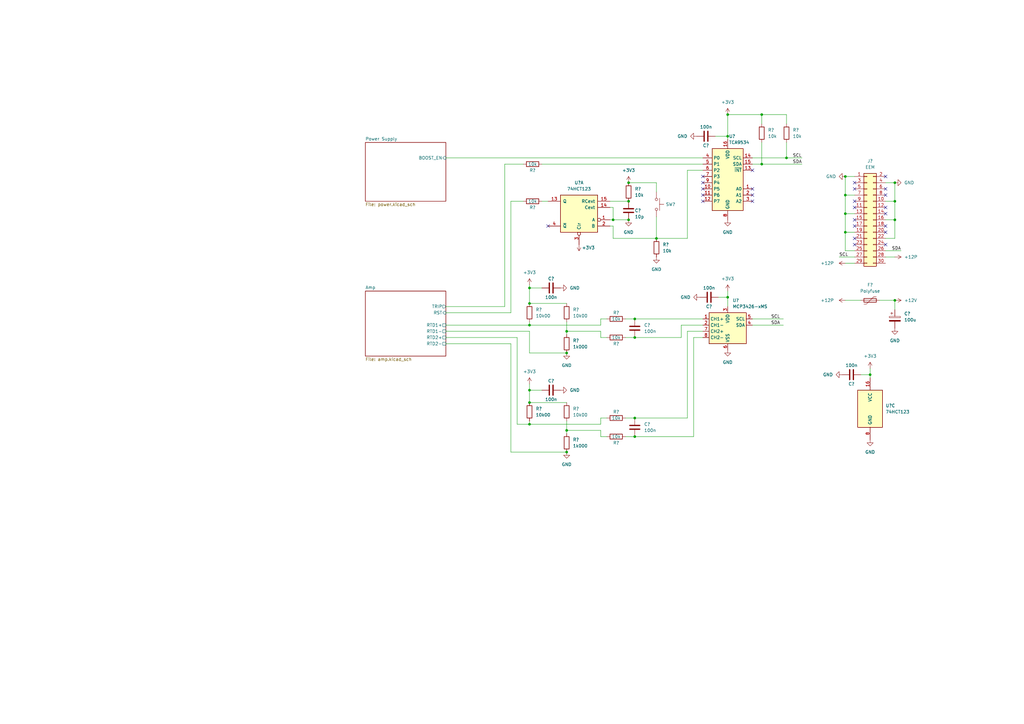
<source format=kicad_sch>
(kicad_sch (version 20211123) (generator eeschema)
  (paper "A3")
  (title_block (title "Usilitel") (date "2022-07-12") (rev "0.1") (company "M-Labs") (comment 1 "Wideband power amplifier") (comment 3 "a.k.a. topquark12") (comment 4 "Alex Wong Tat Hang"))
  (lib_symbols
    (symbol "74xx:74HCT123" (pin_names (offset 1.016))
      (property "Reference" "U" (at -7.62 8.89 0))
      (property "Value" "74HCT123" (at -7.62 -8.89 0))
      (symbol "74HCT123_1_0"
        (pin input inverted (at -12.7 -2.54 0) (length 5.08) (name "A") (number "1"))
        (pin output line (at 12.7 5.08 180) (length 5.08) (name "Q") (number "13"))
        (pin input line (at -12.7 2.54 0) (length 5.08) (name "Cext") (number "14"))
        (pin input line (at -12.7 5.08 0) (length 5.08) (name "RCext") (number "15"))
        (pin input line (at -12.7 -5.08 0) (length 5.08) (name "B") (number "2"))
        (pin input inverted (at 0 -12.7 90) (length 5.08) (name "Clr") (number "3"))
        (pin output line (at 12.7 -5.08 180) (length 5.08) (name "~{Q}") (number "4"))
      )
      (symbol "74HCT123_1_1"
        (rectangle (start -7.62 7.62) (end 7.62 -7.62) (stroke (width 0.254)) (fill (type background)))
      )
      (symbol "74HCT123_2_0"
        (pin input line (at -12.7 -5.08 0) (length 5.08) (name "B") (number "10"))
        (pin input inverted (at 0 -12.7 90) (length 5.08) (name "Clr") (number "11"))
        (pin output line (at 12.7 -5.08 180) (length 5.08) (name "~{Q}") (number "12"))
        (pin output line (at 12.7 5.08 180) (length 5.08) (name "Q") (number "5"))
        (pin input line (at -12.7 2.54 0) (length 5.08) (name "Cext") (number "6"))
        (pin input line (at -12.7 5.08 0) (length 5.08) (name "RCext") (number "7"))
        (pin input inverted (at -12.7 -2.54 0) (length 5.08) (name "A") (number "9"))
      )
      (symbol "74HCT123_2_1"
        (rectangle (start -7.62 7.62) (end 7.62 -7.62) (stroke (width 0.254)) (fill (type background)))
      )
      (symbol "74HCT123_3_0"
        (pin power_in line (at 0 12.7 270) (length 5.08) (name "VCC") (number "16"))
        (pin power_in line (at 0 -12.7 90) (length 5.08) (name "GND") (number "8"))
      )
      (symbol "74HCT123_3_1"
        (rectangle (start -5.08 7.62) (end 5.08 -7.62) (stroke (width 0.254)) (fill (type background)))
      )
    )
    (symbol "Analog_ADC:MCP3426-xMS"
      (property "Reference" "U" (at -3.81 8.89 0))
      (property "Value" "MCP3426-xMS" (at 2.54 8.89 0))
      (symbol "MCP3426-xMS_0_1"
        (rectangle (start -7.62 7.62) (end 7.62 -5.08) (stroke (width 0.254)) (fill (type background)))
      )
      (symbol "MCP3426-xMS_1_1"
        (pin input line (at -10.16 5.08 0) (length 2.54) (name "CH1+") (number "1"))
        (pin input line (at -10.16 2.54 0) (length 2.54) (name "CH1-") (number "2"))
        (pin power_in line (at 0 10.16 270) (length 2.54) (name "VDD") (number "3"))
        (pin bidirectional line (at 10.16 2.54 180) (length 2.54) (name "SDA") (number "4"))
        (pin input line (at 10.16 5.08 180) (length 2.54) (name "SCL") (number "5"))
        (pin power_in line (at 0 -7.62 90) (length 2.54) (name "VSS") (number "6"))
        (pin input line (at -10.16 0 0) (length 2.54) (name "CH2+") (number "7"))
        (pin input line (at -10.16 -2.54 0) (length 2.54) (name "CH2-") (number "8"))
      )
    )
    (symbol "Connector_Generic:Conn_02x15_Odd_Even" (pin_names (offset 1.016) hide)
      (property "Reference" "J" (at 1.27 20.32 0))
      (property "Value" "Conn_02x15_Odd_Even" (at 1.27 -20.32 0))
      (symbol "Conn_02x15_Odd_Even_1_1"
        (rectangle (start -1.27 -17.653) (end 0 -17.907) (stroke (width 0.1524)))
        (rectangle (start -1.27 -15.113) (end 0 -15.367) (stroke (width 0.1524)))
        (rectangle (start -1.27 -12.573) (end 0 -12.827) (stroke (width 0.1524)))
        (rectangle (start -1.27 -10.033) (end 0 -10.287) (stroke (width 0.1524)))
        (rectangle (start -1.27 -7.493) (end 0 -7.747) (stroke (width 0.1524)))
        (rectangle (start -1.27 -4.953) (end 0 -5.207) (stroke (width 0.1524)))
        (rectangle (start -1.27 -2.413) (end 0 -2.667) (stroke (width 0.1524)))
        (rectangle (start -1.27 0.127) (end 0 -0.127) (stroke (width 0.1524)))
        (rectangle (start -1.27 2.667) (end 0 2.413) (stroke (width 0.1524)))
        (rectangle (start -1.27 5.207) (end 0 4.953) (stroke (width 0.1524)))
        (rectangle (start -1.27 7.747) (end 0 7.493) (stroke (width 0.1524)))
        (rectangle (start -1.27 10.287) (end 0 10.033) (stroke (width 0.1524)))
        (rectangle (start -1.27 12.827) (end 0 12.573) (stroke (width 0.1524)))
        (rectangle (start -1.27 15.367) (end 0 15.113) (stroke (width 0.1524)))
        (rectangle (start -1.27 17.907) (end 0 17.653) (stroke (width 0.1524)))
        (rectangle (start -1.27 19.05) (end 3.81 -19.05) (stroke (width 0.254)) (fill (type background)))
        (rectangle (start 3.81 -17.653) (end 2.54 -17.907) (stroke (width 0.1524)))
        (rectangle (start 3.81 -15.113) (end 2.54 -15.367) (stroke (width 0.1524)))
        (rectangle (start 3.81 -12.573) (end 2.54 -12.827) (stroke (width 0.1524)))
        (rectangle (start 3.81 -10.033) (end 2.54 -10.287) (stroke (width 0.1524)))
        (rectangle (start 3.81 -7.493) (end 2.54 -7.747) (stroke (width 0.1524)))
        (rectangle (start 3.81 -4.953) (end 2.54 -5.207) (stroke (width 0.1524)))
        (rectangle (start 3.81 -2.413) (end 2.54 -2.667) (stroke (width 0.1524)))
        (rectangle (start 3.81 0.127) (end 2.54 -0.127) (stroke (width 0.1524)))
        (rectangle (start 3.81 2.667) (end 2.54 2.413) (stroke (width 0.1524)))
        (rectangle (start 3.81 5.207) (end 2.54 4.953) (stroke (width 0.1524)))
        (rectangle (start 3.81 7.747) (end 2.54 7.493) (stroke (width 0.1524)))
        (rectangle (start 3.81 10.287) (end 2.54 10.033) (stroke (width 0.1524)))
        (rectangle (start 3.81 12.827) (end 2.54 12.573) (stroke (width 0.1524)))
        (rectangle (start 3.81 15.367) (end 2.54 15.113) (stroke (width 0.1524)))
        (rectangle (start 3.81 17.907) (end 2.54 17.653) (stroke (width 0.1524)))
        (pin passive line (at -5.08 17.78 0) (length 3.81) (name "Pin_1") (number "1"))
        (pin passive line (at 7.62 7.62 180) (length 3.81) (name "Pin_10") (number "10"))
        (pin passive line (at -5.08 5.08 0) (length 3.81) (name "Pin_11") (number "11"))
        (pin passive line (at 7.62 5.08 180) (length 3.81) (name "Pin_12") (number "12"))
        (pin passive line (at -5.08 2.54 0) (length 3.81) (name "Pin_13") (number "13"))
        (pin passive line (at 7.62 2.54 180) (length 3.81) (name "Pin_14") (number "14"))
        (pin passive line (at -5.08 0 0) (length 3.81) (name "Pin_15") (number "15"))
        (pin passive line (at 7.62 0 180) (length 3.81) (name "Pin_16") (number "16"))
        (pin passive line (at -5.08 -2.54 0) (length 3.81) (name "Pin_17") (number "17"))
        (pin passive line (at 7.62 -2.54 180) (length 3.81) (name "Pin_18") (number "18"))
        (pin passive line (at -5.08 -5.08 0) (length 3.81) (name "Pin_19") (number "19"))
        (pin passive line (at 7.62 17.78 180) (length 3.81) (name "Pin_2") (number "2"))
        (pin passive line (at 7.62 -5.08 180) (length 3.81) (name "Pin_20") (number "20"))
        (pin passive line (at -5.08 -7.62 0) (length 3.81) (name "Pin_21") (number "21"))
        (pin passive line (at 7.62 -7.62 180) (length 3.81) (name "Pin_22") (number "22"))
        (pin passive line (at -5.08 -10.16 0) (length 3.81) (name "Pin_23") (number "23"))
        (pin passive line (at 7.62 -10.16 180) (length 3.81) (name "Pin_24") (number "24"))
        (pin passive line (at -5.08 -12.7 0) (length 3.81) (name "Pin_25") (number "25"))
        (pin passive line (at 7.62 -12.7 180) (length 3.81) (name "Pin_26") (number "26"))
        (pin passive line (at -5.08 -15.24 0) (length 3.81) (name "Pin_27") (number "27"))
        (pin passive line (at 7.62 -15.24 180) (length 3.81) (name "Pin_28") (number "28"))
        (pin passive line (at -5.08 -17.78 0) (length 3.81) (name "Pin_29") (number "29"))
        (pin passive line (at -5.08 15.24 0) (length 3.81) (name "Pin_3") (number "3"))
        (pin passive line (at 7.62 -17.78 180) (length 3.81) (name "Pin_30") (number "30"))
        (pin passive line (at 7.62 15.24 180) (length 3.81) (name "Pin_4") (number "4"))
        (pin passive line (at -5.08 12.7 0) (length 3.81) (name "Pin_5") (number "5"))
        (pin passive line (at 7.62 12.7 180) (length 3.81) (name "Pin_6") (number "6"))
        (pin passive line (at -5.08 10.16 0) (length 3.81) (name "Pin_7") (number "7"))
        (pin passive line (at 7.62 10.16 180) (length 3.81) (name "Pin_8") (number "8"))
        (pin passive line (at -5.08 7.62 0) (length 3.81) (name "Pin_9") (number "9"))
      )
    )
    (symbol "Device:C" (pin_numbers hide) (pin_names (offset 0.254))
      (property "Reference" "C" (at 0.635 2.54 0))
      (property "Value" "C" (at 0.635 -2.54 0))
      (symbol "C_0_1"
        (polyline (pts (xy -2.032 -0.762) (xy 2.032 -0.762)) (stroke (width 0.508)))
        (polyline (pts (xy -2.032 0.762) (xy 2.032 0.762)) (stroke (width 0.508)))
      )
      (symbol "C_1_1"
        (pin passive line (at 0 3.81 270) (length 2.794) (name "~") (number "1"))
        (pin passive line (at 0 -3.81 90) (length 2.794) (name "~") (number "2"))
      )
    )
    (symbol "Device:C_Polarized" (pin_numbers hide) (pin_names (offset 0.254))
      (property "Reference" "C" (at 0.635 2.54 0))
      (property "Value" "C_Polarized" (at 0.635 -2.54 0))
      (symbol "C_Polarized_0_1"
        (rectangle (start -2.286 0.508) (end 2.286 1.016))
        (polyline (pts (xy -1.778 2.286) (xy -0.762 2.286)))
        (polyline (pts (xy -1.27 2.794) (xy -1.27 1.778)))
        (rectangle (start 2.286 -0.508) (end -2.286 -1.016) (fill (type outline)))
      )
      (symbol "C_Polarized_1_1"
        (pin passive line (at 0 3.81 270) (length 2.794) (name "~") (number "1"))
        (pin passive line (at 0 -3.81 90) (length 2.794) (name "~") (number "2"))
      )
    )
    (symbol "Device:Polyfuse" (pin_numbers hide) (pin_names (offset 0))
      (property "Reference" "F" (at -2.54 0 90))
      (property "Value" "Polyfuse" (at 2.54 0 90))
      (symbol "Polyfuse_0_1"
        (rectangle (start -0.762 2.54) (end 0.762 -2.54) (stroke (width 0.254)))
        (polyline (pts (xy 0 2.54) (xy 0 -2.54)))
        (polyline (pts (xy -1.524 2.54) (xy -1.524 1.524) (xy 1.524 -1.524) (xy 1.524 -2.54)))
      )
      (symbol "Polyfuse_1_1"
        (pin passive line (at 0 3.81 270) (length 1.27) (name "~") (number "1"))
        (pin passive line (at 0 -3.81 90) (length 1.27) (name "~") (number "2"))
      )
    )
    (symbol "Device:R" (pin_numbers hide) (pin_names (offset 0))
      (property "Reference" "R" (at 2.032 0 90))
      (property "Value" "R" (at 0 0 90))
      (symbol "R_0_1"
        (rectangle (start -1.016 -2.54) (end 1.016 2.54) (stroke (width 0.254)))
      )
      (symbol "R_1_1"
        (pin passive line (at 0 3.81 270) (length 1.27) (name "~") (number "1"))
        (pin passive line (at 0 -3.81 90) (length 1.27) (name "~") (number "2"))
      )
    )
    (symbol "Interface_Expansion:TCA9534"
      (property "Reference" "U" (at -6.35 12.7 0))
      (property "Value" "TCA9534" (at 2.54 12.7 0))
      (symbol "TCA9534_0_1"
        (rectangle (start -6.35 -13.97) (end 6.35 11.43) (stroke (width 0.254)) (fill (type background)))
      )
      (symbol "TCA9534_1_1"
        (pin input line (at -10.16 -5.08 0) (length 3.81) (name "A0") (number "1"))
        (pin bidirectional line (at 10.16 -5.08 180) (length 3.81) (name "P5") (number "10"))
        (pin bidirectional line (at 10.16 -7.62 180) (length 3.81) (name "P6") (number "11"))
        (pin bidirectional line (at 10.16 -10.16 180) (length 3.81) (name "P7") (number "12"))
        (pin open_collector line (at -10.16 2.54 0) (length 3.81) (name "~{INT}") (number "13"))
        (pin input line (at -10.16 7.62 0) (length 3.81) (name "SCL") (number "14"))
        (pin bidirectional line (at -10.16 5.08 0) (length 3.81) (name "SDA") (number "15"))
        (pin power_in line (at 0 15.24 270) (length 3.81) (name "VDD") (number "16"))
        (pin input line (at -10.16 -7.62 0) (length 3.81) (name "A1") (number "2"))
        (pin input line (at -10.16 -10.16 0) (length 3.81) (name "A2") (number "3"))
        (pin bidirectional line (at 10.16 7.62 180) (length 3.81) (name "P0") (number "4"))
        (pin bidirectional line (at 10.16 5.08 180) (length 3.81) (name "P1") (number "5"))
        (pin bidirectional line (at 10.16 2.54 180) (length 3.81) (name "P2") (number "6"))
        (pin bidirectional line (at 10.16 0 180) (length 3.81) (name "P3") (number "7"))
        (pin power_in line (at 0 -17.78 90) (length 3.81) (name "GND") (number "8"))
        (pin bidirectional line (at 10.16 -2.54 180) (length 3.81) (name "P4") (number "9"))
      )
    )
    (symbol "Switch:SW_Push" (pin_numbers hide) (pin_names (offset 1.016) hide)
      (property "Reference" "SW" (at 1.27 2.54 0))
      (property "Value" "SW_Push" (at 0 -1.524 0))
      (symbol "SW_Push_0_1"
        (circle (center -2.032 0) (radius 0.508))
        (polyline (pts (xy 0 1.27) (xy 0 3.048)))
        (polyline (pts (xy 2.54 1.27) (xy -2.54 1.27)))
        (circle (center 2.032 0) (radius 0.508))
        (pin passive line (at -5.08 0 0) (length 2.54) (name "1") (number "1"))
        (pin passive line (at 5.08 0 180) (length 2.54) (name "2") (number "2"))
      )
    )
    (symbol "power:+12P" (power) (pin_names (offset 0))
      (property "Value" "+12P" (at 0 3.556 0))
      (symbol "+12P_0_1"
        (polyline (pts (xy -0.762 1.27) (xy 0 2.54)))
        (polyline (pts (xy 0 0) (xy 0 2.54)))
        (polyline (pts (xy 0 2.54) (xy 0.762 1.27)))
      )
      (symbol "+12P_1_1"
        (pin power_in line (at 0 0 90) (length 0) hide (name "+12P") (number "1"))
      )
    )
    (symbol "power:+12V" (power) (pin_names (offset 0))
      (property "Value" "+12V" (at 0 3.556 0))
      (symbol "+12V_0_1"
        (polyline (pts (xy -0.762 1.27) (xy 0 2.54)))
        (polyline (pts (xy 0 0) (xy 0 2.54)))
        (polyline (pts (xy 0 2.54) (xy 0.762 1.27)))
      )
      (symbol "+12V_1_1"
        (pin power_in line (at 0 0 90) (length 0) hide (name "+12V") (number "1"))
      )
    )
    (symbol "power:+3V3" (power) (pin_names (offset 0))
      (property "Value" "+3V3" (at 0 3.556 0))
      (symbol "+3V3_0_1"
        (polyline (pts (xy -0.762 1.27) (xy 0 2.54)))
        (polyline (pts (xy 0 0) (xy 0 2.54)))
        (polyline (pts (xy 0 2.54) (xy 0.762 1.27)))
      )
      (symbol "+3V3_1_1"
        (pin power_in line (at 0 0 90) (length 0) hide (name "+3V3") (number "1"))
      )
    )
    (symbol "power:GND" (power) (pin_names (offset 0))
      (property "Value" "GND" (at 0 -3.81 0))
      (symbol "GND_0_1"
        (polyline (pts (xy 0 0) (xy 0 -1.27) (xy 1.27 -1.27) (xy 0 -2.54) (xy -1.27 -1.27) (xy 0 -1.27)))
      )
      (symbol "GND_1_1"
        (pin power_in line (at 0 0 270) (length 0) hide (name "GND") (number "1"))
      )
    )
  )
  (junction (at 217.17 118.11))
  (junction (at 217.17 133.35))
  (junction (at 298.45 46.99))
  (junction (at 269.24 97.79))
  (junction (at 322.58 64.77))
  (junction (at 260.35 130.81))
  (junction (at 260.35 171.45))
  (junction (at 257.81 74.93))
  (junction (at 367.03 74.93))
  (junction (at 346.71 87.63))
  (junction (at 298.45 55.88))
  (junction (at 346.71 95.25))
  (junction (at 217.17 173.99))
  (junction (at 312.42 67.31))
  (junction (at 232.41 144.78))
  (junction (at 217.17 160.02))
  (junction (at 232.41 135.89))
  (junction (at 346.71 80.01))
  (junction (at 217.17 165.1))
  (junction (at 312.42 46.99))
  (junction (at 257.81 90.17))
  (junction (at 232.41 176.53))
  (junction (at 367.03 123.19))
  (junction (at 232.41 185.42))
  (junction (at 367.03 82.55))
  (junction (at 217.17 124.46))
  (junction (at 356.87 153.67))
  (junction (at 260.35 179.07))
  (junction (at 260.35 138.43))
  (junction (at 257.81 82.55))
  (junction (at 298.45 121.92))
  (junction (at 346.71 72.39))
  (junction (at 251.46 90.17))
  (junction (at 367.03 90.17))
  (no_connect (at 363.22 80.01))
  (no_connect (at 350.52 82.55))
  (no_connect (at 350.52 90.17))
  (no_connect (at 350.52 92.71))
  (no_connect (at 350.52 97.79))
  (no_connect (at 350.52 100.33))
  (no_connect (at 350.52 74.93))
  (no_connect (at 350.52 77.47))
  (no_connect (at 363.22 72.39))
  (no_connect (at 363.22 77.47))
  (no_connect (at 350.52 85.09))
  (no_connect (at 363.22 87.63))
  (no_connect (at 363.22 85.09))
  (no_connect (at 363.22 95.25))
  (no_connect (at 363.22 92.71))
  (no_connect (at 363.22 100.33))
  (no_connect (at 308.61 77.47))
  (no_connect (at 308.61 80.01))
  (no_connect (at 308.61 82.55))
  (no_connect (at 308.61 69.85))
  (no_connect (at 288.29 74.93))
  (no_connect (at 288.29 77.47))
  (no_connect (at 288.29 80.01))
  (no_connect (at 288.29 82.55))
  (no_connect (at 288.29 72.39))
  (no_connect (at 224.79 92.71))
  (wire (pts (xy 363.22 90.17) (xy 367.03 90.17)))
  (wire (pts (xy 312.42 58.42) (xy 312.42 67.31)))
  (wire (pts (xy 293.37 55.88) (xy 298.45 55.88)))
  (wire (pts (xy 269.24 88.9) (xy 269.24 97.79)))
  (wire (pts (xy 312.42 67.31) (xy 328.93 67.31)))
  (wire (pts (xy 209.55 82.55) (xy 209.55 128.27)))
  (wire (pts (xy 281.94 97.79) (xy 281.94 69.85)))
  (wire (pts (xy 246.38 133.35) (xy 217.17 133.35)))
  (wire (pts (xy 217.17 160.02) (xy 222.25 160.02)))
  (wire (pts (xy 246.38 138.43) (xy 248.92 138.43)))
  (wire (pts (xy 217.17 157.48) (xy 217.17 160.02)))
  (wire (pts (xy 217.17 118.11) (xy 222.25 118.11)))
  (wire (pts (xy 217.17 135.89) (xy 217.17 144.78)))
  (wire (pts (xy 346.71 107.95) (xy 350.52 107.95)))
  (wire (pts (xy 182.88 125.73) (xy 207.01 125.73)))
  (wire (pts (xy 308.61 130.81) (xy 321.31 130.81)))
  (wire (pts (xy 246.38 171.45) (xy 248.92 171.45)))
  (wire (pts (xy 279.4 138.43) (xy 279.4 133.35)))
  (wire (pts (xy 222.25 67.31) (xy 288.29 67.31)))
  (wire (pts (xy 298.45 55.88) (xy 298.45 57.15)))
  (wire (pts (xy 212.09 138.43) (xy 212.09 173.99)))
  (wire (pts (xy 246.38 179.07) (xy 248.92 179.07)))
  (wire (pts (xy 346.71 72.39) (xy 350.52 72.39)))
  (wire (pts (xy 250.19 85.09) (xy 251.46 85.09)))
  (wire (pts (xy 246.38 135.89) (xy 246.38 138.43)))
  (wire (pts (xy 246.38 171.45) (xy 246.38 173.99)))
  (wire (pts (xy 217.17 133.35) (xy 217.17 132.08)))
  (wire (pts (xy 246.38 176.53) (xy 246.38 179.07)))
  (wire (pts (xy 260.35 171.45) (xy 281.94 171.45)))
  (wire (pts (xy 346.71 80.01) (xy 346.71 72.39)))
  (wire (pts (xy 312.42 46.99) (xy 322.58 46.99)))
  (wire (pts (xy 251.46 90.17) (xy 257.81 90.17)))
  (wire (pts (xy 298.45 121.92) (xy 298.45 125.73)))
  (wire (pts (xy 182.88 138.43) (xy 212.09 138.43)))
  (wire (pts (xy 269.24 78.74) (xy 269.24 74.93)))
  (wire (pts (xy 260.35 138.43) (xy 279.4 138.43)))
  (wire (pts (xy 232.41 135.89) (xy 246.38 135.89)))
  (wire (pts (xy 346.71 102.87) (xy 346.71 95.25)))
  (wire (pts (xy 350.52 102.87) (xy 346.71 102.87)))
  (wire (pts (xy 222.25 82.55) (xy 224.79 82.55)))
  (wire (pts (xy 256.54 171.45) (xy 260.35 171.45)))
  (wire (pts (xy 346.71 87.63) (xy 346.71 80.01)))
  (wire (pts (xy 256.54 179.07) (xy 260.35 179.07)))
  (wire (pts (xy 214.63 82.55) (xy 209.55 82.55)))
  (wire (pts (xy 182.88 128.27) (xy 209.55 128.27)))
  (wire (pts (xy 217.17 173.99) (xy 217.17 172.72)))
  (wire (pts (xy 212.09 173.99) (xy 217.17 173.99)))
  (wire (pts (xy 279.4 133.35) (xy 288.29 133.35)))
  (wire (pts (xy 346.71 95.25) (xy 346.71 87.63)))
  (wire (pts (xy 298.45 46.99) (xy 312.42 46.99)))
  (wire (pts (xy 284.48 138.43) (xy 288.29 138.43)))
  (wire (pts (xy 250.19 92.71) (xy 251.46 92.71)))
  (wire (pts (xy 363.22 82.55) (xy 367.03 82.55)))
  (wire (pts (xy 308.61 64.77) (xy 322.58 64.77)))
  (wire (pts (xy 298.45 46.99) (xy 298.45 55.88)))
  (wire (pts (xy 256.54 138.43) (xy 260.35 138.43)))
  (wire (pts (xy 246.38 130.81) (xy 248.92 130.81)))
  (wire (pts (xy 350.52 95.25) (xy 346.71 95.25)))
  (wire (pts (xy 367.03 82.55) (xy 367.03 74.93)))
  (wire (pts (xy 322.58 64.77) (xy 328.93 64.77)))
  (wire (pts (xy 251.46 92.71) (xy 251.46 97.79)))
  (wire (pts (xy 182.88 133.35) (xy 217.17 133.35)))
  (wire (pts (xy 360.68 123.19) (xy 367.03 123.19)))
  (wire (pts (xy 308.61 133.35) (xy 321.31 133.35)))
  (wire (pts (xy 232.41 176.53) (xy 246.38 176.53)))
  (wire (pts (xy 308.61 67.31) (xy 312.42 67.31)))
  (wire (pts (xy 182.88 140.97) (xy 209.55 140.97)))
  (wire (pts (xy 217.17 165.1) (xy 232.41 165.1)))
  (wire (pts (xy 281.94 171.45) (xy 281.94 135.89)))
  (wire (pts (xy 281.94 135.89) (xy 288.29 135.89)))
  (wire (pts (xy 256.54 130.81) (xy 260.35 130.81)))
  (wire (pts (xy 298.45 119.38) (xy 298.45 121.92)))
  (wire (pts (xy 217.17 118.11) (xy 217.17 124.46)))
  (wire (pts (xy 232.41 135.89) (xy 232.41 137.16)))
  (wire (pts (xy 363.22 74.93) (xy 367.03 74.93)))
  (wire (pts (xy 246.38 130.81) (xy 246.38 133.35)))
  (wire (pts (xy 281.94 69.85) (xy 288.29 69.85)))
  (wire (pts (xy 350.52 80.01) (xy 346.71 80.01)))
  (wire (pts (xy 363.22 97.79) (xy 367.03 97.79)))
  (wire (pts (xy 207.01 67.31) (xy 214.63 67.31)))
  (wire (pts (xy 209.55 185.42) (xy 232.41 185.42)))
  (wire (pts (xy 353.06 153.67) (xy 356.87 153.67)))
  (wire (pts (xy 260.35 179.07) (xy 284.48 179.07)))
  (wire (pts (xy 260.35 130.81) (xy 288.29 130.81)))
  (wire (pts (xy 312.42 46.99) (xy 312.42 50.8)))
  (wire (pts (xy 250.19 82.55) (xy 257.81 82.55)))
  (wire (pts (xy 269.24 97.79) (xy 281.94 97.79)))
  (wire (pts (xy 294.64 121.92) (xy 298.45 121.92)))
  (wire (pts (xy 246.38 173.99) (xy 217.17 173.99)))
  (wire (pts (xy 344.17 105.41) (xy 350.52 105.41)))
  (wire (pts (xy 269.24 74.93) (xy 257.81 74.93)))
  (wire (pts (xy 232.41 172.72) (xy 232.41 176.53)))
  (wire (pts (xy 251.46 97.79) (xy 269.24 97.79)))
  (wire (pts (xy 363.22 102.87) (xy 369.57 102.87)))
  (wire (pts (xy 217.17 160.02) (xy 217.17 165.1)))
  (wire (pts (xy 250.19 90.17) (xy 251.46 90.17)))
  (wire (pts (xy 350.52 87.63) (xy 346.71 87.63)))
  (wire (pts (xy 322.58 58.42) (xy 322.58 64.77)))
  (wire (pts (xy 363.22 105.41) (xy 367.03 105.41)))
  (wire (pts (xy 209.55 140.97) (xy 209.55 185.42)))
  (wire (pts (xy 356.87 151.13) (xy 356.87 153.67)))
  (wire (pts (xy 182.88 135.89) (xy 217.17 135.89)))
  (wire (pts (xy 284.48 179.07) (xy 284.48 138.43)))
  (wire (pts (xy 232.41 132.08) (xy 232.41 135.89)))
  (wire (pts (xy 182.88 64.77) (xy 288.29 64.77)))
  (wire (pts (xy 367.03 97.79) (xy 367.03 90.17)))
  (wire (pts (xy 367.03 90.17) (xy 367.03 82.55)))
  (wire (pts (xy 232.41 176.53) (xy 232.41 177.8)))
  (wire (pts (xy 217.17 124.46) (xy 232.41 124.46)))
  (wire (pts (xy 251.46 85.09) (xy 251.46 90.17)))
  (wire (pts (xy 367.03 123.19) (xy 367.03 127)))
  (wire (pts (xy 217.17 144.78) (xy 232.41 144.78)))
  (wire (pts (xy 356.87 153.67) (xy 356.87 154.94)))
  (wire (pts (xy 322.58 46.99) (xy 322.58 50.8)))
  (wire (pts (xy 346.71 123.19) (xy 353.06 123.19)))
  (wire (pts (xy 217.17 116.84) (xy 217.17 118.11)))
  (wire (pts (xy 207.01 67.31) (xy 207.01 125.73)))
  (label "SDA" (at 316.23 133.35 0))
  (label "SDA" (at 365.76 102.87 0))
  (label "SCL" (at 325.12 64.77 0))
  (label "SCL" (at 344.17 105.41 0))
  (label "SDA" (at 325.12 67.31 0))
  (label "SCL" (at 316.23 130.81 0))
  (symbol (lib_id "Device:C") (at 289.56 55.88 90) (unit 1)
    (property "Reference" "C?" (at 289.56 59.69 90))
    (property "Value" "100n" (at 289.56 52.07 90))
  )
  (symbol (lib_id "power:GND") (at 287.02 121.92 270) (unit 1)
    (property "Reference" "#PWR?" (effects hide))
    (property "Value" "GND" (at 283.21 121.9199 90) (effects (justify right)))
  )
  (symbol (lib_id "power:+12P") (at 367.03 105.41 270) (unit 1)
    (property "Reference" "#PWR?" (effects hide))
    (property "Value" "+12P" (at 370.84 105.4099 90) (effects (justify left)))
  )
  (symbol (lib_id "Connector_Generic:Conn_02x15_Odd_Even") (at 355.6 90.17 0) (unit 1)
    (property "Reference" "J?" (at 356.87 66.04 0))
    (property "Value" "EEM" (at 356.87 68.58 0))
  )
  (symbol (lib_id "Device:Polyfuse") (at 356.87 123.19 90) (unit 1)
    (property "Reference" "F?" (at 356.87 116.84 90))
    (property "Value" "Polyfuse" (at 356.87 119.38 90))
  )
  (symbol (lib_id "Device:R") (at 252.73 138.43 90) (unit 1)
    (property "Reference" "R?" (at 252.73 140.97 90))
    (property "Value" "10k" (at 252.73 138.43 90))
  )
  (symbol (lib_id "power:+3V3") (at 237.49 100.33 180) (unit 1)
    (property "Reference" "#PWR?" (effects hide))
    (property "Value" "+3V3" (at 241.3 101.6 0))
  )
  (symbol (lib_id "Device:C") (at 226.06 118.11 270) (unit 1)
    (property "Reference" "C?" (at 226.06 114.3 90))
    (property "Value" "100n" (at 226.06 121.92 90))
  )
  (symbol (lib_id "Device:R") (at 218.44 67.31 90) (unit 1)
    (property "Reference" "R?" (at 218.44 69.85 90))
    (property "Value" "10k" (at 218.44 67.31 90))
  )
  (symbol (lib_id "power:GND") (at 367.03 134.62 0) (unit 1)
    (property "Reference" "#PWR?" (effects hide))
    (property "Value" "GND" (at 367.03 139.7 0))
  )
  (symbol (lib_id "power:+3V3") (at 217.17 116.84 0) (unit 1)
    (property "Reference" "#PWR?" (effects hide))
    (property "Value" "+3V3" (at 217.17 111.76 0))
  )
  (symbol (lib_id "74xx:74HCT123") (at 356.87 167.64 0) (unit 3)
    (property "Reference" "U?" (at 363.22 166.3699 0) (effects (justify left)))
    (property "Value" "74HCT123" (at 363.22 168.9099 0) (effects (justify left)))
    (property "Datasheet" "https://assets.nexperia.com/documents/data-sheet/74HC_HCT123.pdf" (effects hide))
  )
  (symbol (lib_id "power:GND") (at 298.45 90.17 0) (unit 1)
    (property "Reference" "#PWR?" (effects hide))
    (property "Value" "GND" (at 298.45 95.25 0))
  )
  (symbol (lib_id "Device:C_Polarized") (at 367.03 130.81 0) (unit 1)
    (property "Reference" "C?" (at 370.84 128.6509 0) (effects (justify left)))
    (property "Value" "100u" (at 370.84 131.1909 0) (effects (justify left)))
  )
  (symbol (lib_id "Device:C") (at 260.35 175.26 0) (unit 1)
    (property "Reference" "C?" (at 264.16 173.9899 0) (effects (justify left)))
    (property "Value" "100n" (at 264.16 176.5299 0) (effects (justify left)))
  )
  (symbol (lib_id "power:+3V3") (at 356.87 151.13 0) (unit 1)
    (property "Reference" "#PWR?" (effects hide))
    (property "Value" "+3V3" (at 356.87 146.05 0))
  )
  (symbol (lib_id "power:GND") (at 229.87 160.02 90) (unit 1)
    (property "Reference" "#PWR?" (effects hide))
    (property "Value" "GND" (at 233.68 160.0201 90) (effects (justify right)))
  )
  (symbol (lib_id "power:+12P") (at 346.71 123.19 90) (unit 1)
    (property "Reference" "#PWR?" (effects hide))
    (property "Value" "+12P" (at 336.55 123.19 90) (effects (justify right)))
  )
  (symbol (lib_id "Device:R") (at 252.73 171.45 90) (unit 1)
    (property "Reference" "R?" (at 252.73 168.91 90))
    (property "Value" "10k" (at 252.73 171.45 90))
  )
  (symbol (lib_id "power:GND") (at 356.87 180.34 0) (unit 1)
    (property "Reference" "#PWR?" (effects hide))
    (property "Value" "GND" (at 356.87 185.42 0))
  )
  (symbol (lib_id "Interface_Expansion:TCA9534") (at 298.45 72.39 0) (mirror y) (unit 1)
    (property "Reference" "U?" (at 298.9706 55.88 0) (effects (justify right)))
    (property "Value" "TCA9534" (at 298.9706 58.42 0) (effects (justify right)))
    (property "Datasheet" "http://www.ti.com/lit/ds/symlink/tca9534.pdf" (effects hide))
  )
  (symbol (lib_id "Device:R") (at 312.42 54.61 0) (unit 1)
    (property "Reference" "R?" (at 314.96 53.3399 0) (effects (justify left)))
    (property "Value" "10k" (at 314.96 55.8799 0) (effects (justify left)))
  )
  (symbol (lib_id "Device:R") (at 217.17 128.27 0) (unit 1)
    (property "Reference" "R?" (at 219.71 126.9999 0) (effects (justify left)))
    (property "Value" "10k00" (at 219.71 129.5399 0) (effects (justify left)))
  )
  (symbol (lib_id "power:+3V3") (at 257.81 74.93 0) (unit 1)
    (property "Reference" "#PWR?" (effects hide))
    (property "Value" "+3V3" (at 257.81 69.85 0))
  )
  (symbol (lib_id "Device:R") (at 232.41 181.61 0) (unit 1)
    (property "Reference" "R?" (at 234.95 180.3399 0) (effects (justify left)))
    (property "Value" "1k000" (at 234.95 182.8799 0) (effects (justify left)))
  )
  (symbol (lib_id "Device:R") (at 232.41 128.27 0) (unit 1)
    (property "Reference" "R?" (at 234.95 126.9999 0) (effects (justify left)))
    (property "Value" "10k00" (at 234.95 129.5399 0) (effects (justify left)))
  )
  (symbol (lib_id "Device:C") (at 349.25 153.67 90) (unit 1)
    (property "Reference" "C?" (at 349.25 157.48 90))
    (property "Value" "100n" (at 349.25 149.86 90))
  )
  (symbol (lib_id "power:+3V3") (at 298.45 46.99 0) (unit 1)
    (property "Reference" "#PWR?" (effects hide))
    (property "Value" "+3V3" (at 298.45 41.91 0))
  )
  (symbol (lib_id "Device:C") (at 257.81 86.36 0) (unit 1)
    (property "Reference" "C?" (at 260.35 86.36 0) (effects (justify left)))
    (property "Value" "10p" (at 260.35 88.9 0) (effects (justify left)))
  )
  (symbol (lib_id "power:GND") (at 229.87 118.11 90) (unit 1)
    (property "Reference" "#PWR?" (effects hide))
    (property "Value" "GND" (at 233.68 118.1101 90) (effects (justify right)))
  )
  (symbol (lib_id "Device:R") (at 257.81 78.74 0) (unit 1)
    (property "Reference" "R?" (at 260.35 77.4699 0) (effects (justify left)))
    (property "Value" "10k" (at 260.35 80.0099 0) (effects (justify left)))
  )
  (symbol (lib_id "Device:C") (at 226.06 160.02 270) (unit 1)
    (property "Reference" "C?" (at 226.06 156.21 90))
    (property "Value" "100n" (at 226.06 163.83 90))
  )
  (symbol (lib_id "Device:R") (at 269.24 101.6 0) (unit 1)
    (property "Reference" "R?" (at 271.78 100.3299 0) (effects (justify left)))
    (property "Value" "10k" (at 271.78 102.8699 0) (effects (justify left)))
  )
  (symbol (lib_id "power:GND") (at 232.41 144.78 0) (unit 1)
    (property "Reference" "#PWR?" (effects hide))
    (property "Value" "GND" (at 232.41 149.86 0))
  )
  (symbol (lib_id "Device:R") (at 232.41 140.97 0) (unit 1)
    (property "Reference" "R?" (at 234.95 139.6999 0) (effects (justify left)))
    (property "Value" "1k000" (at 234.95 142.2399 0) (effects (justify left)))
  )
  (symbol (lib_id "Switch:SW_Push") (at 269.24 83.82 270) (mirror x) (unit 1)
    (property "Reference" "SW?" (at 273.05 83.8199 90) (effects (justify left)))
    (property "Value" "SW_Push" (effects hide))
  )
  (symbol (lib_id "power:GND") (at 367.03 74.93 90) (unit 1)
    (property "Reference" "#PWR?" (effects hide))
    (property "Value" "GND" (at 370.84 74.9299 90) (effects (justify right)))
  )
  (symbol (lib_id "power:GND") (at 298.45 143.51 0) (unit 1)
    (property "Reference" "#PWR?" (effects hide))
    (property "Value" "GND" (at 298.45 148.59 0))
  )
  (symbol (lib_id "power:+3V3") (at 217.17 157.48 0) (unit 1)
    (property "Reference" "#PWR?" (effects hide))
    (property "Value" "+3V3" (at 217.17 152.4 0))
  )
  (symbol (lib_id "power:GND") (at 232.41 185.42 0) (unit 1)
    (property "Reference" "#PWR?" (effects hide))
    (property "Value" "GND" (at 232.41 190.5 0))
  )
  (symbol (lib_id "Device:R") (at 232.41 168.91 0) (unit 1)
    (property "Reference" "R?" (at 234.95 167.6399 0) (effects (justify left)))
    (property "Value" "10k00" (at 234.95 170.1799 0) (effects (justify left)))
  )
  (symbol (lib_id "power:GND") (at 269.24 105.41 0) (unit 1)
    (property "Reference" "#PWR?" (effects hide))
    (property "Value" "GND" (at 269.24 110.49 0))
  )
  (symbol (lib_id "74xx:74HCT123") (at 237.49 87.63 0) (mirror y) (unit 1)
    (property "Reference" "U?" (at 237.49 74.93 0))
    (property "Value" "74HCT123" (at 237.49 77.47 0))
    (property "Datasheet" "https://assets.nexperia.com/documents/data-sheet/74HC_HCT123.pdf" (effects hide))
  )
  (symbol (lib_id "Device:R") (at 322.58 54.61 0) (unit 1)
    (property "Reference" "R?" (at 325.12 53.3399 0) (effects (justify left)))
    (property "Value" "10k" (at 325.12 55.8799 0) (effects (justify left)))
  )
  (symbol (lib_id "power:+12V") (at 367.03 123.19 270) (unit 1)
    (property "Reference" "#PWR?" (effects hide))
    (property "Value" "+12V" (at 370.84 123.1899 90) (effects (justify left)))
  )
  (symbol (lib_id "power:GND") (at 257.81 90.17 0) (unit 1)
    (property "Reference" "#PWR?" (effects hide))
    (property "Value" "GND" (at 257.81 95.25 0))
  )
  (symbol (lib_id "Device:C") (at 260.35 134.62 0) (unit 1)
    (property "Reference" "C?" (at 264.16 133.3499 0) (effects (justify left)))
    (property "Value" "100n" (at 264.16 135.8899 0) (effects (justify left)))
  )
  (symbol (lib_id "Analog_ADC:MCP3426-xMS") (at 298.45 135.89 0) (unit 1)
    (property "Reference" "U?" (at 300.4694 123.19 0) (effects (justify left)))
    (property "Value" "MCP3426-xMS" (at 300.4694 125.73 0) (effects (justify left)))
    (property "Datasheet" "http://ww1.microchip.com/downloads/en/DeviceDoc/22226a.pdf" (effects hide))
  )
  (symbol (lib_id "Device:C") (at 290.83 121.92 90) (unit 1)
    (property "Reference" "C?" (at 290.83 125.73 90))
    (property "Value" "100n" (at 290.83 118.11 90))
  )
  (symbol (lib_id "Device:R") (at 252.73 179.07 90) (unit 1)
    (property "Reference" "R?" (at 252.73 181.61 90))
    (property "Value" "10k" (at 252.73 179.07 90))
  )
  (symbol (lib_id "power:GND") (at 345.44 153.67 270) (unit 1)
    (property "Reference" "#PWR?" (effects hide))
    (property "Value" "GND" (at 341.63 153.6699 90) (effects (justify right)))
  )
  (symbol (lib_id "power:GND") (at 285.75 55.88 270) (unit 1)
    (property "Reference" "#PWR?" (effects hide))
    (property "Value" "GND" (at 281.94 55.8799 90) (effects (justify right)))
  )
  (symbol (lib_id "Device:R") (at 252.73 130.81 90) (unit 1)
    (property "Reference" "R?" (at 252.73 128.27 90))
    (property "Value" "10k" (at 252.73 130.81 90))
  )
  (symbol (lib_id "power:+12P") (at 346.71 107.95 90) (unit 1)
    (property "Reference" "#PWR?" (effects hide))
    (property "Value" "+12P" (at 336.55 107.95 90) (effects (justify right)))
  )
  (symbol (lib_id "power:GND") (at 346.71 72.39 270) (unit 1)
    (property "Reference" "#PWR?" (effects hide))
    (property "Value" "GND" (at 342.9 72.3899 90) (effects (justify right)))
  )
  (symbol (lib_id "Device:R") (at 217.17 168.91 0) (unit 1)
    (property "Reference" "R?" (at 219.71 167.6399 0) (effects (justify left)))
    (property "Value" "10k00" (at 219.71 170.1799 0) (effects (justify left)))
  )
  (symbol (lib_id "Device:R") (at 218.44 82.55 90) (unit 1)
    (property "Reference" "R?" (at 218.44 85.09 90))
    (property "Value" "10k" (at 218.44 82.55 90))
  )
  (symbol (lib_id "power:+3V3") (at 298.45 119.38 0) (unit 1)
    (property "Reference" "#PWR?" (effects hide))
    (property "Value" "+3V3" (at 298.45 114.3 0))
  )
  (sheet (at 149.86 119.38) (size 33.02 26.67) (stroke (width 0.1524))
    (property "Sheet name" "Amp" (at 149.86 118.6684 0) (effects (justify left bottom)))
    (property "Sheet file" "amp.kicad_sch" (at 149.86 146.6346 0) (effects (justify left top)))
    (pin "RST" input (at 182.88 128.27 0))
    (pin "TRIP" output (at 182.88 125.73 0))
    (pin "RTD2+" passive (at 182.88 138.43 0))
    (pin "RTD2-" passive (at 182.88 140.97 0))
    (pin "RTD1+" passive (at 182.88 133.35 0))
    (pin "RTD1-" passive (at 182.88 135.89 0))
  )
  (sheet (at 149.86 58.42) (size 33.02 24.13) (stroke (width 0.1524))
    (property "Sheet name" "Power Supply" (at 149.86 57.7084 0) (effects (justify left bottom)))
    (property "Sheet file" "power.kicad_sch" (at 149.86 83.1346 0) (effects (justify left top)))
    (pin "BOOST_EN" input (at 182.88 64.77 0))
  )
)
</source>
